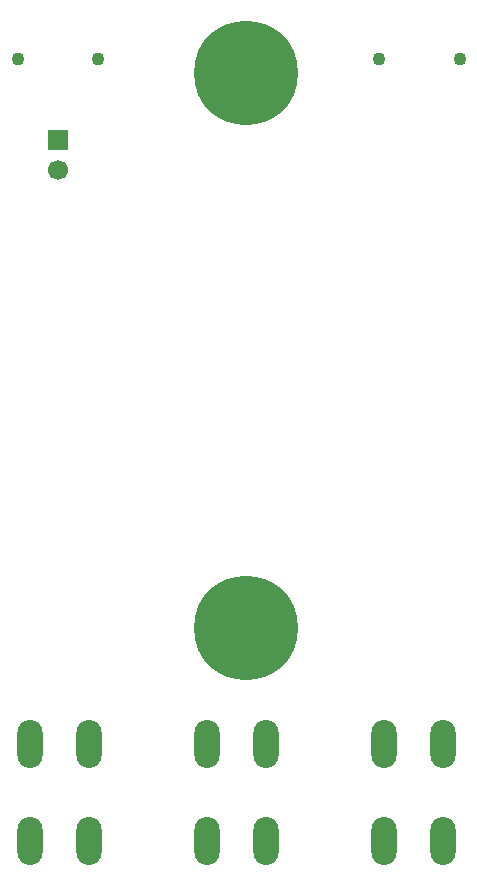
<source format=gbs>
G04 #@! TF.GenerationSoftware,KiCad,Pcbnew,(5.0.0-rc3-dev-13-g33a0856)*
G04 #@! TF.CreationDate,2018-08-15T10:40:50+02:00*
G04 #@! TF.ProjectId,BrainDeadMPPT,427261696E446561644D5050542E6B69,rev?*
G04 #@! TF.SameCoordinates,Original*
G04 #@! TF.FileFunction,Soldermask,Bot*
G04 #@! TF.FilePolarity,Negative*
%FSLAX46Y46*%
G04 Gerber Fmt 4.6, Leading zero omitted, Abs format (unit mm)*
G04 Created by KiCad (PCBNEW (5.0.0-rc3-dev-13-g33a0856)) date Wednesday, 15. August 2018, 10:40:50*
%MOMM*%
%LPD*%
G01*
G04 APERTURE LIST*
%ADD10C,8.800000*%
%ADD11C,1.100000*%
%ADD12R,1.700000X1.700000*%
%ADD13C,1.700000*%
%ADD14O,2.130400X4.060800*%
G04 APERTURE END LIST*
D10*
G04 #@! TO.C,MK1*
X23000000Y-53000000D03*
D11*
X26225000Y-53000000D03*
X25280419Y-55280419D03*
X23000000Y-56225000D03*
X20719581Y-55280419D03*
X19775000Y-53000000D03*
X20719581Y-50719581D03*
X23000000Y-49775000D03*
X25280419Y-50719581D03*
G04 #@! TD*
G04 #@! TO.C,MK2*
X25280419Y-3719581D03*
X23000000Y-2775000D03*
X20719581Y-3719581D03*
X19775000Y-6000000D03*
X20719581Y-8280419D03*
X23000000Y-9225000D03*
X25280419Y-8280419D03*
X26225000Y-6000000D03*
D10*
X23000000Y-6000000D03*
G04 #@! TD*
D11*
G04 #@! TO.C,JP1*
X34319000Y-4826000D03*
X41119000Y-4826000D03*
G04 #@! TD*
G04 #@! TO.C,JP2*
X10512000Y-4826000D03*
X3712000Y-4826000D03*
G04 #@! TD*
D12*
G04 #@! TO.C,J1*
X7112000Y-11684000D03*
D13*
X7112000Y-14184000D03*
G04 #@! TD*
D14*
G04 #@! TO.C,X1*
X34700040Y-62800880D03*
X34700040Y-71000000D03*
X39701300Y-62800880D03*
X39701300Y-71000000D03*
G04 #@! TD*
G04 #@! TO.C,X2*
X19700040Y-62800880D03*
X19700040Y-71000000D03*
X24701300Y-62800880D03*
X24701300Y-71000000D03*
G04 #@! TD*
G04 #@! TO.C,X3*
X9701300Y-71000000D03*
X9701300Y-62800880D03*
X4700040Y-71000000D03*
X4700040Y-62800880D03*
G04 #@! TD*
M02*

</source>
